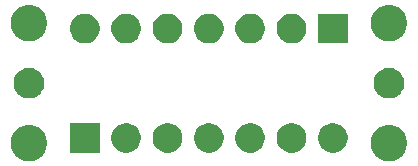
<source format=gbr>
G04 #@! TF.GenerationSoftware,KiCad,Pcbnew,5.1.5-52549c5~86~ubuntu18.04.1*
G04 #@! TF.CreationDate,2020-09-06T14:20:36-05:00*
G04 #@! TF.ProjectId,B02,4230322e-6b69-4636-9164-5f7063625858,rev?*
G04 #@! TF.SameCoordinates,Original*
G04 #@! TF.FileFunction,Soldermask,Bot*
G04 #@! TF.FilePolarity,Negative*
%FSLAX46Y46*%
G04 Gerber Fmt 4.6, Leading zero omitted, Abs format (unit mm)*
G04 Created by KiCad (PCBNEW 5.1.5-52549c5~86~ubuntu18.04.1) date 2020-09-06 14:20:36*
%MOMM*%
%LPD*%
G04 APERTURE LIST*
%ADD10C,0.100000*%
G04 APERTURE END LIST*
D10*
G36*
X54592585Y-32448802D02*
G01*
X54742410Y-32478604D01*
X55024674Y-32595521D01*
X55278705Y-32765259D01*
X55494741Y-32981295D01*
X55664479Y-33235326D01*
X55781396Y-33517590D01*
X55841000Y-33817240D01*
X55841000Y-34122760D01*
X55781396Y-34422410D01*
X55664479Y-34704674D01*
X55494741Y-34958705D01*
X55278705Y-35174741D01*
X55024674Y-35344479D01*
X54742410Y-35461396D01*
X54592585Y-35491198D01*
X54442761Y-35521000D01*
X54137239Y-35521000D01*
X53987415Y-35491198D01*
X53837590Y-35461396D01*
X53555326Y-35344479D01*
X53301295Y-35174741D01*
X53085259Y-34958705D01*
X52915521Y-34704674D01*
X52798604Y-34422410D01*
X52739000Y-34122760D01*
X52739000Y-33817240D01*
X52798604Y-33517590D01*
X52915521Y-33235326D01*
X53085259Y-32981295D01*
X53301295Y-32765259D01*
X53555326Y-32595521D01*
X53837590Y-32478604D01*
X53987415Y-32448802D01*
X54137239Y-32419000D01*
X54442761Y-32419000D01*
X54592585Y-32448802D01*
G37*
G36*
X24112585Y-32448802D02*
G01*
X24262410Y-32478604D01*
X24544674Y-32595521D01*
X24798705Y-32765259D01*
X25014741Y-32981295D01*
X25184479Y-33235326D01*
X25301396Y-33517590D01*
X25361000Y-33817240D01*
X25361000Y-34122760D01*
X25301396Y-34422410D01*
X25184479Y-34704674D01*
X25014741Y-34958705D01*
X24798705Y-35174741D01*
X24544674Y-35344479D01*
X24262410Y-35461396D01*
X24112585Y-35491198D01*
X23962761Y-35521000D01*
X23657239Y-35521000D01*
X23507415Y-35491198D01*
X23357590Y-35461396D01*
X23075326Y-35344479D01*
X22821295Y-35174741D01*
X22605259Y-34958705D01*
X22435521Y-34704674D01*
X22318604Y-34422410D01*
X22259000Y-34122760D01*
X22259000Y-33817240D01*
X22318604Y-33517590D01*
X22435521Y-33235326D01*
X22605259Y-32981295D01*
X22821295Y-32765259D01*
X23075326Y-32595521D01*
X23357590Y-32478604D01*
X23507415Y-32448802D01*
X23657239Y-32419000D01*
X23962761Y-32419000D01*
X24112585Y-32448802D01*
G37*
G36*
X49914903Y-32320075D02*
G01*
X50142571Y-32414378D01*
X50347466Y-32551285D01*
X50521715Y-32725534D01*
X50658622Y-32930429D01*
X50752925Y-33158097D01*
X50801000Y-33399787D01*
X50801000Y-33646213D01*
X50752925Y-33887903D01*
X50658622Y-34115571D01*
X50521715Y-34320466D01*
X50347466Y-34494715D01*
X50142571Y-34631622D01*
X50142570Y-34631623D01*
X50142569Y-34631623D01*
X49914903Y-34725925D01*
X49673214Y-34774000D01*
X49426786Y-34774000D01*
X49185097Y-34725925D01*
X48957431Y-34631623D01*
X48957430Y-34631623D01*
X48957429Y-34631622D01*
X48752534Y-34494715D01*
X48578285Y-34320466D01*
X48441378Y-34115571D01*
X48347075Y-33887903D01*
X48299000Y-33646213D01*
X48299000Y-33399787D01*
X48347075Y-33158097D01*
X48441378Y-32930429D01*
X48578285Y-32725534D01*
X48752534Y-32551285D01*
X48957429Y-32414378D01*
X49185097Y-32320075D01*
X49426786Y-32272000D01*
X49673214Y-32272000D01*
X49914903Y-32320075D01*
G37*
G36*
X29801000Y-34774000D02*
G01*
X27299000Y-34774000D01*
X27299000Y-32272000D01*
X29801000Y-32272000D01*
X29801000Y-34774000D01*
G37*
G36*
X32414903Y-32320075D02*
G01*
X32642571Y-32414378D01*
X32847466Y-32551285D01*
X33021715Y-32725534D01*
X33158622Y-32930429D01*
X33252925Y-33158097D01*
X33301000Y-33399787D01*
X33301000Y-33646213D01*
X33252925Y-33887903D01*
X33158622Y-34115571D01*
X33021715Y-34320466D01*
X32847466Y-34494715D01*
X32642571Y-34631622D01*
X32642570Y-34631623D01*
X32642569Y-34631623D01*
X32414903Y-34725925D01*
X32173214Y-34774000D01*
X31926786Y-34774000D01*
X31685097Y-34725925D01*
X31457431Y-34631623D01*
X31457430Y-34631623D01*
X31457429Y-34631622D01*
X31252534Y-34494715D01*
X31078285Y-34320466D01*
X30941378Y-34115571D01*
X30847075Y-33887903D01*
X30799000Y-33646213D01*
X30799000Y-33399787D01*
X30847075Y-33158097D01*
X30941378Y-32930429D01*
X31078285Y-32725534D01*
X31252534Y-32551285D01*
X31457429Y-32414378D01*
X31685097Y-32320075D01*
X31926786Y-32272000D01*
X32173214Y-32272000D01*
X32414903Y-32320075D01*
G37*
G36*
X35914903Y-32320075D02*
G01*
X36142571Y-32414378D01*
X36347466Y-32551285D01*
X36521715Y-32725534D01*
X36658622Y-32930429D01*
X36752925Y-33158097D01*
X36801000Y-33399787D01*
X36801000Y-33646213D01*
X36752925Y-33887903D01*
X36658622Y-34115571D01*
X36521715Y-34320466D01*
X36347466Y-34494715D01*
X36142571Y-34631622D01*
X36142570Y-34631623D01*
X36142569Y-34631623D01*
X35914903Y-34725925D01*
X35673214Y-34774000D01*
X35426786Y-34774000D01*
X35185097Y-34725925D01*
X34957431Y-34631623D01*
X34957430Y-34631623D01*
X34957429Y-34631622D01*
X34752534Y-34494715D01*
X34578285Y-34320466D01*
X34441378Y-34115571D01*
X34347075Y-33887903D01*
X34299000Y-33646213D01*
X34299000Y-33399787D01*
X34347075Y-33158097D01*
X34441378Y-32930429D01*
X34578285Y-32725534D01*
X34752534Y-32551285D01*
X34957429Y-32414378D01*
X35185097Y-32320075D01*
X35426786Y-32272000D01*
X35673214Y-32272000D01*
X35914903Y-32320075D01*
G37*
G36*
X39414903Y-32320075D02*
G01*
X39642571Y-32414378D01*
X39847466Y-32551285D01*
X40021715Y-32725534D01*
X40158622Y-32930429D01*
X40252925Y-33158097D01*
X40301000Y-33399787D01*
X40301000Y-33646213D01*
X40252925Y-33887903D01*
X40158622Y-34115571D01*
X40021715Y-34320466D01*
X39847466Y-34494715D01*
X39642571Y-34631622D01*
X39642570Y-34631623D01*
X39642569Y-34631623D01*
X39414903Y-34725925D01*
X39173214Y-34774000D01*
X38926786Y-34774000D01*
X38685097Y-34725925D01*
X38457431Y-34631623D01*
X38457430Y-34631623D01*
X38457429Y-34631622D01*
X38252534Y-34494715D01*
X38078285Y-34320466D01*
X37941378Y-34115571D01*
X37847075Y-33887903D01*
X37799000Y-33646213D01*
X37799000Y-33399787D01*
X37847075Y-33158097D01*
X37941378Y-32930429D01*
X38078285Y-32725534D01*
X38252534Y-32551285D01*
X38457429Y-32414378D01*
X38685097Y-32320075D01*
X38926786Y-32272000D01*
X39173214Y-32272000D01*
X39414903Y-32320075D01*
G37*
G36*
X42914903Y-32320075D02*
G01*
X43142571Y-32414378D01*
X43347466Y-32551285D01*
X43521715Y-32725534D01*
X43658622Y-32930429D01*
X43752925Y-33158097D01*
X43801000Y-33399787D01*
X43801000Y-33646213D01*
X43752925Y-33887903D01*
X43658622Y-34115571D01*
X43521715Y-34320466D01*
X43347466Y-34494715D01*
X43142571Y-34631622D01*
X43142570Y-34631623D01*
X43142569Y-34631623D01*
X42914903Y-34725925D01*
X42673214Y-34774000D01*
X42426786Y-34774000D01*
X42185097Y-34725925D01*
X41957431Y-34631623D01*
X41957430Y-34631623D01*
X41957429Y-34631622D01*
X41752534Y-34494715D01*
X41578285Y-34320466D01*
X41441378Y-34115571D01*
X41347075Y-33887903D01*
X41299000Y-33646213D01*
X41299000Y-33399787D01*
X41347075Y-33158097D01*
X41441378Y-32930429D01*
X41578285Y-32725534D01*
X41752534Y-32551285D01*
X41957429Y-32414378D01*
X42185097Y-32320075D01*
X42426786Y-32272000D01*
X42673214Y-32272000D01*
X42914903Y-32320075D01*
G37*
G36*
X46414903Y-32320075D02*
G01*
X46642571Y-32414378D01*
X46847466Y-32551285D01*
X47021715Y-32725534D01*
X47158622Y-32930429D01*
X47252925Y-33158097D01*
X47301000Y-33399787D01*
X47301000Y-33646213D01*
X47252925Y-33887903D01*
X47158622Y-34115571D01*
X47021715Y-34320466D01*
X46847466Y-34494715D01*
X46642571Y-34631622D01*
X46642570Y-34631623D01*
X46642569Y-34631623D01*
X46414903Y-34725925D01*
X46173214Y-34774000D01*
X45926786Y-34774000D01*
X45685097Y-34725925D01*
X45457431Y-34631623D01*
X45457430Y-34631623D01*
X45457429Y-34631622D01*
X45252534Y-34494715D01*
X45078285Y-34320466D01*
X44941378Y-34115571D01*
X44847075Y-33887903D01*
X44799000Y-33646213D01*
X44799000Y-33399787D01*
X44847075Y-33158097D01*
X44941378Y-32930429D01*
X45078285Y-32725534D01*
X45252534Y-32551285D01*
X45457429Y-32414378D01*
X45685097Y-32320075D01*
X45926786Y-32272000D01*
X46173214Y-32272000D01*
X46414903Y-32320075D01*
G37*
G36*
X54669393Y-27639304D02*
G01*
X54906101Y-27737352D01*
X54906103Y-27737353D01*
X55119135Y-27879696D01*
X55300304Y-28060865D01*
X55442647Y-28273897D01*
X55442648Y-28273899D01*
X55540696Y-28510607D01*
X55590680Y-28761893D01*
X55590680Y-29018107D01*
X55540696Y-29269393D01*
X55442648Y-29506101D01*
X55442647Y-29506103D01*
X55300304Y-29719135D01*
X55119135Y-29900304D01*
X54906103Y-30042647D01*
X54906102Y-30042648D01*
X54906101Y-30042648D01*
X54669393Y-30140696D01*
X54418107Y-30190680D01*
X54161893Y-30190680D01*
X53910607Y-30140696D01*
X53673899Y-30042648D01*
X53673898Y-30042648D01*
X53673897Y-30042647D01*
X53460865Y-29900304D01*
X53279696Y-29719135D01*
X53137353Y-29506103D01*
X53137352Y-29506101D01*
X53039304Y-29269393D01*
X52989320Y-29018107D01*
X52989320Y-28761893D01*
X53039304Y-28510607D01*
X53137352Y-28273899D01*
X53137353Y-28273897D01*
X53279696Y-28060865D01*
X53460865Y-27879696D01*
X53673897Y-27737353D01*
X53673899Y-27737352D01*
X53910607Y-27639304D01*
X54161893Y-27589320D01*
X54418107Y-27589320D01*
X54669393Y-27639304D01*
G37*
G36*
X24189393Y-27639304D02*
G01*
X24426101Y-27737352D01*
X24426103Y-27737353D01*
X24639135Y-27879696D01*
X24820304Y-28060865D01*
X24962647Y-28273897D01*
X24962648Y-28273899D01*
X25060696Y-28510607D01*
X25110680Y-28761893D01*
X25110680Y-29018107D01*
X25060696Y-29269393D01*
X24962648Y-29506101D01*
X24962647Y-29506103D01*
X24820304Y-29719135D01*
X24639135Y-29900304D01*
X24426103Y-30042647D01*
X24426102Y-30042648D01*
X24426101Y-30042648D01*
X24189393Y-30140696D01*
X23938107Y-30190680D01*
X23681893Y-30190680D01*
X23430607Y-30140696D01*
X23193899Y-30042648D01*
X23193898Y-30042648D01*
X23193897Y-30042647D01*
X22980865Y-29900304D01*
X22799696Y-29719135D01*
X22657353Y-29506103D01*
X22657352Y-29506101D01*
X22559304Y-29269393D01*
X22509320Y-29018107D01*
X22509320Y-28761893D01*
X22559304Y-28510607D01*
X22657352Y-28273899D01*
X22657353Y-28273897D01*
X22799696Y-28060865D01*
X22980865Y-27879696D01*
X23193897Y-27737353D01*
X23193899Y-27737352D01*
X23430607Y-27639304D01*
X23681893Y-27589320D01*
X23938107Y-27589320D01*
X24189393Y-27639304D01*
G37*
G36*
X35914903Y-23054075D02*
G01*
X36142571Y-23148378D01*
X36347466Y-23285285D01*
X36521715Y-23459534D01*
X36658622Y-23664429D01*
X36752925Y-23892097D01*
X36801000Y-24133787D01*
X36801000Y-24380213D01*
X36752925Y-24621903D01*
X36658622Y-24849571D01*
X36521715Y-25054466D01*
X36347466Y-25228715D01*
X36142571Y-25365622D01*
X36142570Y-25365623D01*
X36142569Y-25365623D01*
X35914903Y-25459925D01*
X35673214Y-25508000D01*
X35426786Y-25508000D01*
X35185097Y-25459925D01*
X34957431Y-25365623D01*
X34957430Y-25365623D01*
X34957429Y-25365622D01*
X34752534Y-25228715D01*
X34578285Y-25054466D01*
X34441378Y-24849571D01*
X34347075Y-24621903D01*
X34299000Y-24380213D01*
X34299000Y-24133787D01*
X34347075Y-23892097D01*
X34441378Y-23664429D01*
X34578285Y-23459534D01*
X34752534Y-23285285D01*
X34957429Y-23148378D01*
X35185097Y-23054075D01*
X35426786Y-23006000D01*
X35673214Y-23006000D01*
X35914903Y-23054075D01*
G37*
G36*
X46414903Y-23054075D02*
G01*
X46642571Y-23148378D01*
X46847466Y-23285285D01*
X47021715Y-23459534D01*
X47158622Y-23664429D01*
X47252925Y-23892097D01*
X47301000Y-24133787D01*
X47301000Y-24380213D01*
X47252925Y-24621903D01*
X47158622Y-24849571D01*
X47021715Y-25054466D01*
X46847466Y-25228715D01*
X46642571Y-25365622D01*
X46642570Y-25365623D01*
X46642569Y-25365623D01*
X46414903Y-25459925D01*
X46173214Y-25508000D01*
X45926786Y-25508000D01*
X45685097Y-25459925D01*
X45457431Y-25365623D01*
X45457430Y-25365623D01*
X45457429Y-25365622D01*
X45252534Y-25228715D01*
X45078285Y-25054466D01*
X44941378Y-24849571D01*
X44847075Y-24621903D01*
X44799000Y-24380213D01*
X44799000Y-24133787D01*
X44847075Y-23892097D01*
X44941378Y-23664429D01*
X45078285Y-23459534D01*
X45252534Y-23285285D01*
X45457429Y-23148378D01*
X45685097Y-23054075D01*
X45926786Y-23006000D01*
X46173214Y-23006000D01*
X46414903Y-23054075D01*
G37*
G36*
X39414903Y-23054075D02*
G01*
X39642571Y-23148378D01*
X39847466Y-23285285D01*
X40021715Y-23459534D01*
X40158622Y-23664429D01*
X40252925Y-23892097D01*
X40301000Y-24133787D01*
X40301000Y-24380213D01*
X40252925Y-24621903D01*
X40158622Y-24849571D01*
X40021715Y-25054466D01*
X39847466Y-25228715D01*
X39642571Y-25365622D01*
X39642570Y-25365623D01*
X39642569Y-25365623D01*
X39414903Y-25459925D01*
X39173214Y-25508000D01*
X38926786Y-25508000D01*
X38685097Y-25459925D01*
X38457431Y-25365623D01*
X38457430Y-25365623D01*
X38457429Y-25365622D01*
X38252534Y-25228715D01*
X38078285Y-25054466D01*
X37941378Y-24849571D01*
X37847075Y-24621903D01*
X37799000Y-24380213D01*
X37799000Y-24133787D01*
X37847075Y-23892097D01*
X37941378Y-23664429D01*
X38078285Y-23459534D01*
X38252534Y-23285285D01*
X38457429Y-23148378D01*
X38685097Y-23054075D01*
X38926786Y-23006000D01*
X39173214Y-23006000D01*
X39414903Y-23054075D01*
G37*
G36*
X42914903Y-23054075D02*
G01*
X43142571Y-23148378D01*
X43347466Y-23285285D01*
X43521715Y-23459534D01*
X43658622Y-23664429D01*
X43752925Y-23892097D01*
X43801000Y-24133787D01*
X43801000Y-24380213D01*
X43752925Y-24621903D01*
X43658622Y-24849571D01*
X43521715Y-25054466D01*
X43347466Y-25228715D01*
X43142571Y-25365622D01*
X43142570Y-25365623D01*
X43142569Y-25365623D01*
X42914903Y-25459925D01*
X42673214Y-25508000D01*
X42426786Y-25508000D01*
X42185097Y-25459925D01*
X41957431Y-25365623D01*
X41957430Y-25365623D01*
X41957429Y-25365622D01*
X41752534Y-25228715D01*
X41578285Y-25054466D01*
X41441378Y-24849571D01*
X41347075Y-24621903D01*
X41299000Y-24380213D01*
X41299000Y-24133787D01*
X41347075Y-23892097D01*
X41441378Y-23664429D01*
X41578285Y-23459534D01*
X41752534Y-23285285D01*
X41957429Y-23148378D01*
X42185097Y-23054075D01*
X42426786Y-23006000D01*
X42673214Y-23006000D01*
X42914903Y-23054075D01*
G37*
G36*
X50801000Y-25508000D02*
G01*
X48299000Y-25508000D01*
X48299000Y-23006000D01*
X50801000Y-23006000D01*
X50801000Y-25508000D01*
G37*
G36*
X32414903Y-23054075D02*
G01*
X32642571Y-23148378D01*
X32847466Y-23285285D01*
X33021715Y-23459534D01*
X33158622Y-23664429D01*
X33252925Y-23892097D01*
X33301000Y-24133787D01*
X33301000Y-24380213D01*
X33252925Y-24621903D01*
X33158622Y-24849571D01*
X33021715Y-25054466D01*
X32847466Y-25228715D01*
X32642571Y-25365622D01*
X32642570Y-25365623D01*
X32642569Y-25365623D01*
X32414903Y-25459925D01*
X32173214Y-25508000D01*
X31926786Y-25508000D01*
X31685097Y-25459925D01*
X31457431Y-25365623D01*
X31457430Y-25365623D01*
X31457429Y-25365622D01*
X31252534Y-25228715D01*
X31078285Y-25054466D01*
X30941378Y-24849571D01*
X30847075Y-24621903D01*
X30799000Y-24380213D01*
X30799000Y-24133787D01*
X30847075Y-23892097D01*
X30941378Y-23664429D01*
X31078285Y-23459534D01*
X31252534Y-23285285D01*
X31457429Y-23148378D01*
X31685097Y-23054075D01*
X31926786Y-23006000D01*
X32173214Y-23006000D01*
X32414903Y-23054075D01*
G37*
G36*
X28914903Y-23054075D02*
G01*
X29142571Y-23148378D01*
X29347466Y-23285285D01*
X29521715Y-23459534D01*
X29658622Y-23664429D01*
X29752925Y-23892097D01*
X29801000Y-24133787D01*
X29801000Y-24380213D01*
X29752925Y-24621903D01*
X29658622Y-24849571D01*
X29521715Y-25054466D01*
X29347466Y-25228715D01*
X29142571Y-25365622D01*
X29142570Y-25365623D01*
X29142569Y-25365623D01*
X28914903Y-25459925D01*
X28673214Y-25508000D01*
X28426786Y-25508000D01*
X28185097Y-25459925D01*
X27957431Y-25365623D01*
X27957430Y-25365623D01*
X27957429Y-25365622D01*
X27752534Y-25228715D01*
X27578285Y-25054466D01*
X27441378Y-24849571D01*
X27347075Y-24621903D01*
X27299000Y-24380213D01*
X27299000Y-24133787D01*
X27347075Y-23892097D01*
X27441378Y-23664429D01*
X27578285Y-23459534D01*
X27752534Y-23285285D01*
X27957429Y-23148378D01*
X28185097Y-23054075D01*
X28426786Y-23006000D01*
X28673214Y-23006000D01*
X28914903Y-23054075D01*
G37*
G36*
X24112585Y-22288802D02*
G01*
X24262410Y-22318604D01*
X24544674Y-22435521D01*
X24798705Y-22605259D01*
X25014741Y-22821295D01*
X25184479Y-23075326D01*
X25301396Y-23357590D01*
X25361000Y-23657240D01*
X25361000Y-23962760D01*
X25301396Y-24262410D01*
X25184479Y-24544674D01*
X25014741Y-24798705D01*
X24798705Y-25014741D01*
X24544674Y-25184479D01*
X24262410Y-25301396D01*
X24112585Y-25331198D01*
X23962761Y-25361000D01*
X23657239Y-25361000D01*
X23507415Y-25331198D01*
X23357590Y-25301396D01*
X23075326Y-25184479D01*
X22821295Y-25014741D01*
X22605259Y-24798705D01*
X22435521Y-24544674D01*
X22318604Y-24262410D01*
X22259000Y-23962760D01*
X22259000Y-23657240D01*
X22318604Y-23357590D01*
X22435521Y-23075326D01*
X22605259Y-22821295D01*
X22821295Y-22605259D01*
X23075326Y-22435521D01*
X23357590Y-22318604D01*
X23507415Y-22288802D01*
X23657239Y-22259000D01*
X23962761Y-22259000D01*
X24112585Y-22288802D01*
G37*
G36*
X54592585Y-22288802D02*
G01*
X54742410Y-22318604D01*
X55024674Y-22435521D01*
X55278705Y-22605259D01*
X55494741Y-22821295D01*
X55664479Y-23075326D01*
X55781396Y-23357590D01*
X55841000Y-23657240D01*
X55841000Y-23962760D01*
X55781396Y-24262410D01*
X55664479Y-24544674D01*
X55494741Y-24798705D01*
X55278705Y-25014741D01*
X55024674Y-25184479D01*
X54742410Y-25301396D01*
X54592585Y-25331198D01*
X54442761Y-25361000D01*
X54137239Y-25361000D01*
X53987415Y-25331198D01*
X53837590Y-25301396D01*
X53555326Y-25184479D01*
X53301295Y-25014741D01*
X53085259Y-24798705D01*
X52915521Y-24544674D01*
X52798604Y-24262410D01*
X52739000Y-23962760D01*
X52739000Y-23657240D01*
X52798604Y-23357590D01*
X52915521Y-23075326D01*
X53085259Y-22821295D01*
X53301295Y-22605259D01*
X53555326Y-22435521D01*
X53837590Y-22318604D01*
X53987415Y-22288802D01*
X54137239Y-22259000D01*
X54442761Y-22259000D01*
X54592585Y-22288802D01*
G37*
M02*

</source>
